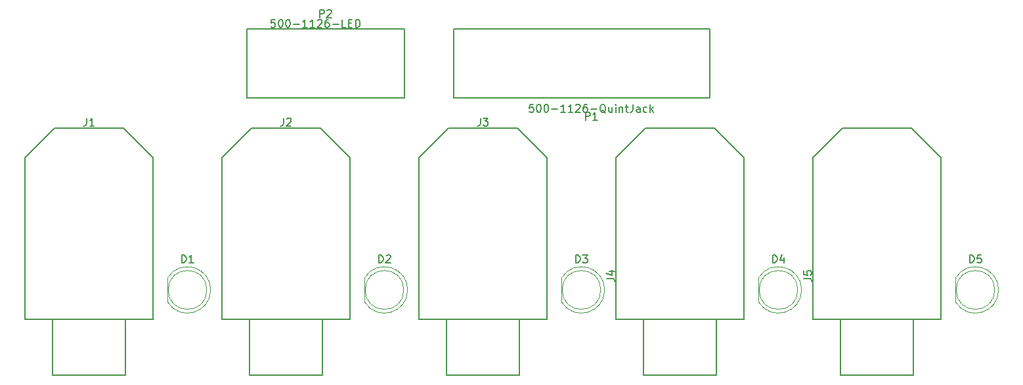
<source format=gbr>
G04 #@! TF.GenerationSoftware,KiCad,Pcbnew,(5.0.0)*
G04 #@! TF.CreationDate,2018-10-08T11:56:45-07:00*
G04 #@! TF.ProjectId,500-1126,3530302D313132362E6B696361645F70,rev?*
G04 #@! TF.SameCoordinates,Original*
G04 #@! TF.FileFunction,Legend,Top*
G04 #@! TF.FilePolarity,Positive*
%FSLAX46Y46*%
G04 Gerber Fmt 4.6, Leading zero omitted, Abs format (unit mm)*
G04 Created by KiCad (PCBNEW (5.0.0)) date 10/08/18 11:56:45*
%MOMM*%
%LPD*%
G01*
G04 APERTURE LIST*
%ADD10C,0.120000*%
%ADD11C,0.150000*%
G04 APERTURE END LIST*
D10*
G04 #@! TO.C,D1*
X147770000Y-135890462D02*
G75*
G03X142220000Y-134345170I-2990000J462D01*
G01*
X147770000Y-135889538D02*
G75*
G02X142220000Y-137434830I-2990000J-462D01*
G01*
X147280000Y-135890000D02*
G75*
G03X147280000Y-135890000I-2500000J0D01*
G01*
X142220000Y-134345000D02*
X142220000Y-137435000D01*
G04 #@! TO.C,D2*
X173170000Y-135890462D02*
G75*
G03X167620000Y-134345170I-2990000J462D01*
G01*
X173170000Y-135889538D02*
G75*
G02X167620000Y-137434830I-2990000J-462D01*
G01*
X172680000Y-135890000D02*
G75*
G03X172680000Y-135890000I-2500000J0D01*
G01*
X167620000Y-134345000D02*
X167620000Y-137435000D01*
G04 #@! TO.C,D3*
X198570000Y-135890462D02*
G75*
G03X193020000Y-134345170I-2990000J462D01*
G01*
X198570000Y-135889538D02*
G75*
G02X193020000Y-137434830I-2990000J-462D01*
G01*
X198080000Y-135890000D02*
G75*
G03X198080000Y-135890000I-2500000J0D01*
G01*
X193020000Y-134345000D02*
X193020000Y-137435000D01*
G04 #@! TO.C,D4*
X223970000Y-135890462D02*
G75*
G03X218420000Y-134345170I-2990000J462D01*
G01*
X223970000Y-135889538D02*
G75*
G02X218420000Y-137434830I-2990000J-462D01*
G01*
X223480000Y-135890000D02*
G75*
G03X223480000Y-135890000I-2500000J0D01*
G01*
X218420000Y-134345000D02*
X218420000Y-137435000D01*
G04 #@! TO.C,D5*
X249370000Y-135890462D02*
G75*
G03X243820000Y-134345170I-2990000J462D01*
G01*
X249370000Y-135889538D02*
G75*
G02X243820000Y-137434830I-2990000J-462D01*
G01*
X248880000Y-135890000D02*
G75*
G03X248880000Y-135890000I-2500000J0D01*
G01*
X243820000Y-134345000D02*
X243820000Y-137435000D01*
D11*
G04 #@! TO.C,J1*
X136779000Y-139700000D02*
X136779000Y-146888200D01*
X136779000Y-146888200D02*
X127381000Y-146888200D01*
X127381000Y-146888200D02*
X127381000Y-139700000D01*
X127635000Y-115011200D02*
X136525000Y-115011200D01*
X136525000Y-115011200D02*
X140335000Y-118821200D01*
X140335000Y-118821200D02*
X140335000Y-139700000D01*
X140335000Y-139700000D02*
X123825000Y-139700000D01*
X123825000Y-139700000D02*
X123825000Y-118821200D01*
X123825000Y-118821200D02*
X127635000Y-115011200D01*
G04 #@! TO.C,J2*
X162179000Y-139700000D02*
X162179000Y-146888200D01*
X162179000Y-146888200D02*
X152781000Y-146888200D01*
X152781000Y-146888200D02*
X152781000Y-139700000D01*
X153035000Y-115011200D02*
X161925000Y-115011200D01*
X161925000Y-115011200D02*
X165735000Y-118821200D01*
X165735000Y-118821200D02*
X165735000Y-139700000D01*
X165735000Y-139700000D02*
X149225000Y-139700000D01*
X149225000Y-139700000D02*
X149225000Y-118821200D01*
X149225000Y-118821200D02*
X153035000Y-115011200D01*
G04 #@! TO.C,J3*
X187579000Y-139700000D02*
X187579000Y-146888200D01*
X187579000Y-146888200D02*
X178181000Y-146888200D01*
X178181000Y-146888200D02*
X178181000Y-139700000D01*
X178435000Y-115011200D02*
X187325000Y-115011200D01*
X187325000Y-115011200D02*
X191135000Y-118821200D01*
X191135000Y-118821200D02*
X191135000Y-139700000D01*
X191135000Y-139700000D02*
X174625000Y-139700000D01*
X174625000Y-139700000D02*
X174625000Y-118821200D01*
X174625000Y-118821200D02*
X178435000Y-115011200D01*
G04 #@! TO.C,J4*
X212979000Y-139700000D02*
X212979000Y-146888200D01*
X212979000Y-146888200D02*
X203581000Y-146888200D01*
X203581000Y-146888200D02*
X203581000Y-139700000D01*
X203835000Y-115011200D02*
X212725000Y-115011200D01*
X212725000Y-115011200D02*
X216535000Y-118821200D01*
X216535000Y-118821200D02*
X216535000Y-139700000D01*
X216535000Y-139700000D02*
X200025000Y-139700000D01*
X200025000Y-139700000D02*
X200025000Y-118821200D01*
X200025000Y-118821200D02*
X203835000Y-115011200D01*
G04 #@! TO.C,J5*
X238379000Y-139700000D02*
X238379000Y-146888200D01*
X238379000Y-146888200D02*
X228981000Y-146888200D01*
X228981000Y-146888200D02*
X228981000Y-139700000D01*
X229235000Y-115011200D02*
X238125000Y-115011200D01*
X238125000Y-115011200D02*
X241935000Y-118821200D01*
X241935000Y-118821200D02*
X241935000Y-139700000D01*
X241935000Y-139700000D02*
X225425000Y-139700000D01*
X225425000Y-139700000D02*
X225425000Y-118821200D01*
X225425000Y-118821200D02*
X229235000Y-115011200D01*
G04 #@! TO.C,P1*
X179070000Y-102235000D02*
X212090000Y-102235000D01*
X212090000Y-102235000D02*
X212090000Y-111125000D01*
X212090000Y-111125000D02*
X179705000Y-111125000D01*
X179705000Y-111125000D02*
X179070000Y-111125000D01*
X179070000Y-111125000D02*
X179070000Y-102235000D01*
X179070000Y-102235000D02*
X179705000Y-102235000D01*
G04 #@! TO.C,P2*
X152400000Y-102235000D02*
X152400000Y-104140000D01*
X172720000Y-102235000D02*
X152400000Y-102235000D01*
X172720000Y-104140000D02*
X172720000Y-102235000D01*
X152400000Y-111125000D02*
X152400000Y-109220000D01*
X172720000Y-111125000D02*
X152400000Y-111125000D01*
X172720000Y-109220000D02*
X172720000Y-111125000D01*
X172720000Y-104140000D02*
X172720000Y-109220000D01*
X152400000Y-109220000D02*
X152400000Y-104140000D01*
G04 #@! TO.C,D1*
X144041904Y-132382380D02*
X144041904Y-131382380D01*
X144280000Y-131382380D01*
X144422857Y-131430000D01*
X144518095Y-131525238D01*
X144565714Y-131620476D01*
X144613333Y-131810952D01*
X144613333Y-131953809D01*
X144565714Y-132144285D01*
X144518095Y-132239523D01*
X144422857Y-132334761D01*
X144280000Y-132382380D01*
X144041904Y-132382380D01*
X145565714Y-132382380D02*
X144994285Y-132382380D01*
X145280000Y-132382380D02*
X145280000Y-131382380D01*
X145184761Y-131525238D01*
X145089523Y-131620476D01*
X144994285Y-131668095D01*
G04 #@! TO.C,D2*
X169441904Y-132382380D02*
X169441904Y-131382380D01*
X169680000Y-131382380D01*
X169822857Y-131430000D01*
X169918095Y-131525238D01*
X169965714Y-131620476D01*
X170013333Y-131810952D01*
X170013333Y-131953809D01*
X169965714Y-132144285D01*
X169918095Y-132239523D01*
X169822857Y-132334761D01*
X169680000Y-132382380D01*
X169441904Y-132382380D01*
X170394285Y-131477619D02*
X170441904Y-131430000D01*
X170537142Y-131382380D01*
X170775238Y-131382380D01*
X170870476Y-131430000D01*
X170918095Y-131477619D01*
X170965714Y-131572857D01*
X170965714Y-131668095D01*
X170918095Y-131810952D01*
X170346666Y-132382380D01*
X170965714Y-132382380D01*
G04 #@! TO.C,D3*
X194841904Y-132382380D02*
X194841904Y-131382380D01*
X195080000Y-131382380D01*
X195222857Y-131430000D01*
X195318095Y-131525238D01*
X195365714Y-131620476D01*
X195413333Y-131810952D01*
X195413333Y-131953809D01*
X195365714Y-132144285D01*
X195318095Y-132239523D01*
X195222857Y-132334761D01*
X195080000Y-132382380D01*
X194841904Y-132382380D01*
X195746666Y-131382380D02*
X196365714Y-131382380D01*
X196032380Y-131763333D01*
X196175238Y-131763333D01*
X196270476Y-131810952D01*
X196318095Y-131858571D01*
X196365714Y-131953809D01*
X196365714Y-132191904D01*
X196318095Y-132287142D01*
X196270476Y-132334761D01*
X196175238Y-132382380D01*
X195889523Y-132382380D01*
X195794285Y-132334761D01*
X195746666Y-132287142D01*
G04 #@! TO.C,D4*
X220241904Y-132382380D02*
X220241904Y-131382380D01*
X220480000Y-131382380D01*
X220622857Y-131430000D01*
X220718095Y-131525238D01*
X220765714Y-131620476D01*
X220813333Y-131810952D01*
X220813333Y-131953809D01*
X220765714Y-132144285D01*
X220718095Y-132239523D01*
X220622857Y-132334761D01*
X220480000Y-132382380D01*
X220241904Y-132382380D01*
X221670476Y-131715714D02*
X221670476Y-132382380D01*
X221432380Y-131334761D02*
X221194285Y-132049047D01*
X221813333Y-132049047D01*
G04 #@! TO.C,D5*
X245641904Y-132382380D02*
X245641904Y-131382380D01*
X245880000Y-131382380D01*
X246022857Y-131430000D01*
X246118095Y-131525238D01*
X246165714Y-131620476D01*
X246213333Y-131810952D01*
X246213333Y-131953809D01*
X246165714Y-132144285D01*
X246118095Y-132239523D01*
X246022857Y-132334761D01*
X245880000Y-132382380D01*
X245641904Y-132382380D01*
X247118095Y-131382380D02*
X246641904Y-131382380D01*
X246594285Y-131858571D01*
X246641904Y-131810952D01*
X246737142Y-131763333D01*
X246975238Y-131763333D01*
X247070476Y-131810952D01*
X247118095Y-131858571D01*
X247165714Y-131953809D01*
X247165714Y-132191904D01*
X247118095Y-132287142D01*
X247070476Y-132334761D01*
X246975238Y-132382380D01*
X246737142Y-132382380D01*
X246641904Y-132334761D01*
X246594285Y-132287142D01*
G04 #@! TO.C,J1*
X131746666Y-113752380D02*
X131746666Y-114466666D01*
X131699047Y-114609523D01*
X131603809Y-114704761D01*
X131460952Y-114752380D01*
X131365714Y-114752380D01*
X132746666Y-114752380D02*
X132175238Y-114752380D01*
X132460952Y-114752380D02*
X132460952Y-113752380D01*
X132365714Y-113895238D01*
X132270476Y-113990476D01*
X132175238Y-114038095D01*
G04 #@! TO.C,J2*
X157146666Y-113752380D02*
X157146666Y-114466666D01*
X157099047Y-114609523D01*
X157003809Y-114704761D01*
X156860952Y-114752380D01*
X156765714Y-114752380D01*
X157575238Y-113847619D02*
X157622857Y-113800000D01*
X157718095Y-113752380D01*
X157956190Y-113752380D01*
X158051428Y-113800000D01*
X158099047Y-113847619D01*
X158146666Y-113942857D01*
X158146666Y-114038095D01*
X158099047Y-114180952D01*
X157527619Y-114752380D01*
X158146666Y-114752380D01*
G04 #@! TO.C,J3*
X182546666Y-113752380D02*
X182546666Y-114466666D01*
X182499047Y-114609523D01*
X182403809Y-114704761D01*
X182260952Y-114752380D01*
X182165714Y-114752380D01*
X182927619Y-113752380D02*
X183546666Y-113752380D01*
X183213333Y-114133333D01*
X183356190Y-114133333D01*
X183451428Y-114180952D01*
X183499047Y-114228571D01*
X183546666Y-114323809D01*
X183546666Y-114561904D01*
X183499047Y-114657142D01*
X183451428Y-114704761D01*
X183356190Y-114752380D01*
X183070476Y-114752380D01*
X182975238Y-114704761D01*
X182927619Y-114657142D01*
G04 #@! TO.C,J4*
X198842380Y-134394533D02*
X199556666Y-134394533D01*
X199699523Y-134442152D01*
X199794761Y-134537390D01*
X199842380Y-134680247D01*
X199842380Y-134775485D01*
X199175714Y-133489771D02*
X199842380Y-133489771D01*
X198794761Y-133727866D02*
X199509047Y-133965961D01*
X199509047Y-133346914D01*
G04 #@! TO.C,J5*
X224242380Y-134394533D02*
X224956666Y-134394533D01*
X225099523Y-134442152D01*
X225194761Y-134537390D01*
X225242380Y-134680247D01*
X225242380Y-134775485D01*
X224242380Y-133442152D02*
X224242380Y-133918342D01*
X224718571Y-133965961D01*
X224670952Y-133918342D01*
X224623333Y-133823104D01*
X224623333Y-133585009D01*
X224670952Y-133489771D01*
X224718571Y-133442152D01*
X224813809Y-133394533D01*
X225051904Y-133394533D01*
X225147142Y-133442152D01*
X225194761Y-133489771D01*
X225242380Y-133585009D01*
X225242380Y-133823104D01*
X225194761Y-133918342D01*
X225147142Y-133965961D01*
G04 #@! TO.C,P1*
X196111904Y-113982380D02*
X196111904Y-112982380D01*
X196492857Y-112982380D01*
X196588095Y-113030000D01*
X196635714Y-113077619D01*
X196683333Y-113172857D01*
X196683333Y-113315714D01*
X196635714Y-113410952D01*
X196588095Y-113458571D01*
X196492857Y-113506190D01*
X196111904Y-113506190D01*
X197635714Y-113982380D02*
X197064285Y-113982380D01*
X197350000Y-113982380D02*
X197350000Y-112982380D01*
X197254761Y-113125238D01*
X197159523Y-113220476D01*
X197064285Y-113268095D01*
X189373809Y-111982380D02*
X188897619Y-111982380D01*
X188850000Y-112458571D01*
X188897619Y-112410952D01*
X188992857Y-112363333D01*
X189230952Y-112363333D01*
X189326190Y-112410952D01*
X189373809Y-112458571D01*
X189421428Y-112553809D01*
X189421428Y-112791904D01*
X189373809Y-112887142D01*
X189326190Y-112934761D01*
X189230952Y-112982380D01*
X188992857Y-112982380D01*
X188897619Y-112934761D01*
X188850000Y-112887142D01*
X190040476Y-111982380D02*
X190135714Y-111982380D01*
X190230952Y-112030000D01*
X190278571Y-112077619D01*
X190326190Y-112172857D01*
X190373809Y-112363333D01*
X190373809Y-112601428D01*
X190326190Y-112791904D01*
X190278571Y-112887142D01*
X190230952Y-112934761D01*
X190135714Y-112982380D01*
X190040476Y-112982380D01*
X189945238Y-112934761D01*
X189897619Y-112887142D01*
X189850000Y-112791904D01*
X189802380Y-112601428D01*
X189802380Y-112363333D01*
X189850000Y-112172857D01*
X189897619Y-112077619D01*
X189945238Y-112030000D01*
X190040476Y-111982380D01*
X190992857Y-111982380D02*
X191088095Y-111982380D01*
X191183333Y-112030000D01*
X191230952Y-112077619D01*
X191278571Y-112172857D01*
X191326190Y-112363333D01*
X191326190Y-112601428D01*
X191278571Y-112791904D01*
X191230952Y-112887142D01*
X191183333Y-112934761D01*
X191088095Y-112982380D01*
X190992857Y-112982380D01*
X190897619Y-112934761D01*
X190850000Y-112887142D01*
X190802380Y-112791904D01*
X190754761Y-112601428D01*
X190754761Y-112363333D01*
X190802380Y-112172857D01*
X190850000Y-112077619D01*
X190897619Y-112030000D01*
X190992857Y-111982380D01*
X191754761Y-112601428D02*
X192516666Y-112601428D01*
X193516666Y-112982380D02*
X192945238Y-112982380D01*
X193230952Y-112982380D02*
X193230952Y-111982380D01*
X193135714Y-112125238D01*
X193040476Y-112220476D01*
X192945238Y-112268095D01*
X194469047Y-112982380D02*
X193897619Y-112982380D01*
X194183333Y-112982380D02*
X194183333Y-111982380D01*
X194088095Y-112125238D01*
X193992857Y-112220476D01*
X193897619Y-112268095D01*
X194850000Y-112077619D02*
X194897619Y-112030000D01*
X194992857Y-111982380D01*
X195230952Y-111982380D01*
X195326190Y-112030000D01*
X195373809Y-112077619D01*
X195421428Y-112172857D01*
X195421428Y-112268095D01*
X195373809Y-112410952D01*
X194802380Y-112982380D01*
X195421428Y-112982380D01*
X196278571Y-111982380D02*
X196088095Y-111982380D01*
X195992857Y-112030000D01*
X195945238Y-112077619D01*
X195850000Y-112220476D01*
X195802380Y-112410952D01*
X195802380Y-112791904D01*
X195850000Y-112887142D01*
X195897619Y-112934761D01*
X195992857Y-112982380D01*
X196183333Y-112982380D01*
X196278571Y-112934761D01*
X196326190Y-112887142D01*
X196373809Y-112791904D01*
X196373809Y-112553809D01*
X196326190Y-112458571D01*
X196278571Y-112410952D01*
X196183333Y-112363333D01*
X195992857Y-112363333D01*
X195897619Y-112410952D01*
X195850000Y-112458571D01*
X195802380Y-112553809D01*
X196802380Y-112601428D02*
X197564285Y-112601428D01*
X198707142Y-113077619D02*
X198611904Y-113030000D01*
X198516666Y-112934761D01*
X198373809Y-112791904D01*
X198278571Y-112744285D01*
X198183333Y-112744285D01*
X198230952Y-112982380D02*
X198135714Y-112934761D01*
X198040476Y-112839523D01*
X197992857Y-112649047D01*
X197992857Y-112315714D01*
X198040476Y-112125238D01*
X198135714Y-112030000D01*
X198230952Y-111982380D01*
X198421428Y-111982380D01*
X198516666Y-112030000D01*
X198611904Y-112125238D01*
X198659523Y-112315714D01*
X198659523Y-112649047D01*
X198611904Y-112839523D01*
X198516666Y-112934761D01*
X198421428Y-112982380D01*
X198230952Y-112982380D01*
X199516666Y-112315714D02*
X199516666Y-112982380D01*
X199088095Y-112315714D02*
X199088095Y-112839523D01*
X199135714Y-112934761D01*
X199230952Y-112982380D01*
X199373809Y-112982380D01*
X199469047Y-112934761D01*
X199516666Y-112887142D01*
X199992857Y-112982380D02*
X199992857Y-112315714D01*
X199992857Y-111982380D02*
X199945238Y-112030000D01*
X199992857Y-112077619D01*
X200040476Y-112030000D01*
X199992857Y-111982380D01*
X199992857Y-112077619D01*
X200469047Y-112315714D02*
X200469047Y-112982380D01*
X200469047Y-112410952D02*
X200516666Y-112363333D01*
X200611904Y-112315714D01*
X200754761Y-112315714D01*
X200850000Y-112363333D01*
X200897619Y-112458571D01*
X200897619Y-112982380D01*
X201230952Y-112315714D02*
X201611904Y-112315714D01*
X201373809Y-111982380D02*
X201373809Y-112839523D01*
X201421428Y-112934761D01*
X201516666Y-112982380D01*
X201611904Y-112982380D01*
X202230952Y-111982380D02*
X202230952Y-112696666D01*
X202183333Y-112839523D01*
X202088095Y-112934761D01*
X201945238Y-112982380D01*
X201850000Y-112982380D01*
X203135714Y-112982380D02*
X203135714Y-112458571D01*
X203088095Y-112363333D01*
X202992857Y-112315714D01*
X202802380Y-112315714D01*
X202707142Y-112363333D01*
X203135714Y-112934761D02*
X203040476Y-112982380D01*
X202802380Y-112982380D01*
X202707142Y-112934761D01*
X202659523Y-112839523D01*
X202659523Y-112744285D01*
X202707142Y-112649047D01*
X202802380Y-112601428D01*
X203040476Y-112601428D01*
X203135714Y-112553809D01*
X204040476Y-112934761D02*
X203945238Y-112982380D01*
X203754761Y-112982380D01*
X203659523Y-112934761D01*
X203611904Y-112887142D01*
X203564285Y-112791904D01*
X203564285Y-112506190D01*
X203611904Y-112410952D01*
X203659523Y-112363333D01*
X203754761Y-112315714D01*
X203945238Y-112315714D01*
X204040476Y-112363333D01*
X204469047Y-112982380D02*
X204469047Y-111982380D01*
X204564285Y-112601428D02*
X204850000Y-112982380D01*
X204850000Y-112315714D02*
X204469047Y-112696666D01*
G04 #@! TO.C,P2*
X161821904Y-100782380D02*
X161821904Y-99782380D01*
X162202857Y-99782380D01*
X162298095Y-99830000D01*
X162345714Y-99877619D01*
X162393333Y-99972857D01*
X162393333Y-100115714D01*
X162345714Y-100210952D01*
X162298095Y-100258571D01*
X162202857Y-100306190D01*
X161821904Y-100306190D01*
X162774285Y-99877619D02*
X162821904Y-99830000D01*
X162917142Y-99782380D01*
X163155238Y-99782380D01*
X163250476Y-99830000D01*
X163298095Y-99877619D01*
X163345714Y-99972857D01*
X163345714Y-100068095D01*
X163298095Y-100210952D01*
X162726666Y-100782380D01*
X163345714Y-100782380D01*
X156075714Y-101052380D02*
X155599523Y-101052380D01*
X155551904Y-101528571D01*
X155599523Y-101480952D01*
X155694761Y-101433333D01*
X155932857Y-101433333D01*
X156028095Y-101480952D01*
X156075714Y-101528571D01*
X156123333Y-101623809D01*
X156123333Y-101861904D01*
X156075714Y-101957142D01*
X156028095Y-102004761D01*
X155932857Y-102052380D01*
X155694761Y-102052380D01*
X155599523Y-102004761D01*
X155551904Y-101957142D01*
X156742380Y-101052380D02*
X156837619Y-101052380D01*
X156932857Y-101100000D01*
X156980476Y-101147619D01*
X157028095Y-101242857D01*
X157075714Y-101433333D01*
X157075714Y-101671428D01*
X157028095Y-101861904D01*
X156980476Y-101957142D01*
X156932857Y-102004761D01*
X156837619Y-102052380D01*
X156742380Y-102052380D01*
X156647142Y-102004761D01*
X156599523Y-101957142D01*
X156551904Y-101861904D01*
X156504285Y-101671428D01*
X156504285Y-101433333D01*
X156551904Y-101242857D01*
X156599523Y-101147619D01*
X156647142Y-101100000D01*
X156742380Y-101052380D01*
X157694761Y-101052380D02*
X157790000Y-101052380D01*
X157885238Y-101100000D01*
X157932857Y-101147619D01*
X157980476Y-101242857D01*
X158028095Y-101433333D01*
X158028095Y-101671428D01*
X157980476Y-101861904D01*
X157932857Y-101957142D01*
X157885238Y-102004761D01*
X157790000Y-102052380D01*
X157694761Y-102052380D01*
X157599523Y-102004761D01*
X157551904Y-101957142D01*
X157504285Y-101861904D01*
X157456666Y-101671428D01*
X157456666Y-101433333D01*
X157504285Y-101242857D01*
X157551904Y-101147619D01*
X157599523Y-101100000D01*
X157694761Y-101052380D01*
X158456666Y-101671428D02*
X159218571Y-101671428D01*
X160218571Y-102052380D02*
X159647142Y-102052380D01*
X159932857Y-102052380D02*
X159932857Y-101052380D01*
X159837619Y-101195238D01*
X159742380Y-101290476D01*
X159647142Y-101338095D01*
X161170952Y-102052380D02*
X160599523Y-102052380D01*
X160885238Y-102052380D02*
X160885238Y-101052380D01*
X160790000Y-101195238D01*
X160694761Y-101290476D01*
X160599523Y-101338095D01*
X161551904Y-101147619D02*
X161599523Y-101100000D01*
X161694761Y-101052380D01*
X161932857Y-101052380D01*
X162028095Y-101100000D01*
X162075714Y-101147619D01*
X162123333Y-101242857D01*
X162123333Y-101338095D01*
X162075714Y-101480952D01*
X161504285Y-102052380D01*
X162123333Y-102052380D01*
X162980476Y-101052380D02*
X162790000Y-101052380D01*
X162694761Y-101100000D01*
X162647142Y-101147619D01*
X162551904Y-101290476D01*
X162504285Y-101480952D01*
X162504285Y-101861904D01*
X162551904Y-101957142D01*
X162599523Y-102004761D01*
X162694761Y-102052380D01*
X162885238Y-102052380D01*
X162980476Y-102004761D01*
X163028095Y-101957142D01*
X163075714Y-101861904D01*
X163075714Y-101623809D01*
X163028095Y-101528571D01*
X162980476Y-101480952D01*
X162885238Y-101433333D01*
X162694761Y-101433333D01*
X162599523Y-101480952D01*
X162551904Y-101528571D01*
X162504285Y-101623809D01*
X163504285Y-101671428D02*
X164266190Y-101671428D01*
X165218571Y-102052380D02*
X164742380Y-102052380D01*
X164742380Y-101052380D01*
X165551904Y-101528571D02*
X165885238Y-101528571D01*
X166028095Y-102052380D02*
X165551904Y-102052380D01*
X165551904Y-101052380D01*
X166028095Y-101052380D01*
X166456666Y-102052380D02*
X166456666Y-101052380D01*
X166694761Y-101052380D01*
X166837619Y-101100000D01*
X166932857Y-101195238D01*
X166980476Y-101290476D01*
X167028095Y-101480952D01*
X167028095Y-101623809D01*
X166980476Y-101814285D01*
X166932857Y-101909523D01*
X166837619Y-102004761D01*
X166694761Y-102052380D01*
X166456666Y-102052380D01*
G04 #@! TD*
M02*

</source>
